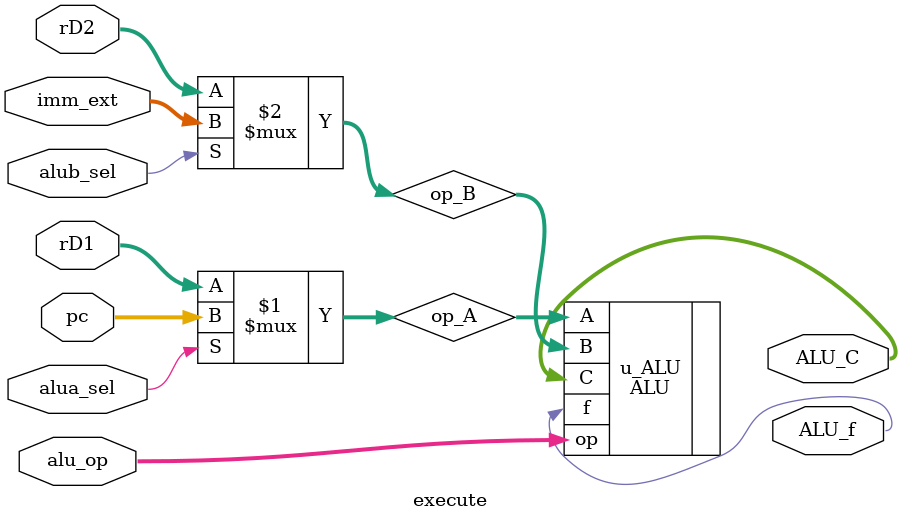
<source format=v>
`timescale 1ns/1ps

`include "defines.vh"

module execute (
    input wire [31:0] rD1,
    input wire [31:0] rD2,
    input wire [31:0] pc,
    input wire [31:0] imm_ext,
    input wire [3:0] alu_op,
    input wire alua_sel,
    input wire alub_sel,
    output wire [31:0] ALU_C,
    output wire ALU_f
);

wire [31:0] op_A;
wire [31:0] op_B;

assign op_A = alua_sel ? pc : rD1;
assign op_B = alub_sel ? imm_ext : rD2;

ALU u_ALU (
    .A (op_A),
    .B (op_B),
    .op (alu_op),
    .C (ALU_C),
    .f (ALU_f)
);

endmodule
</source>
